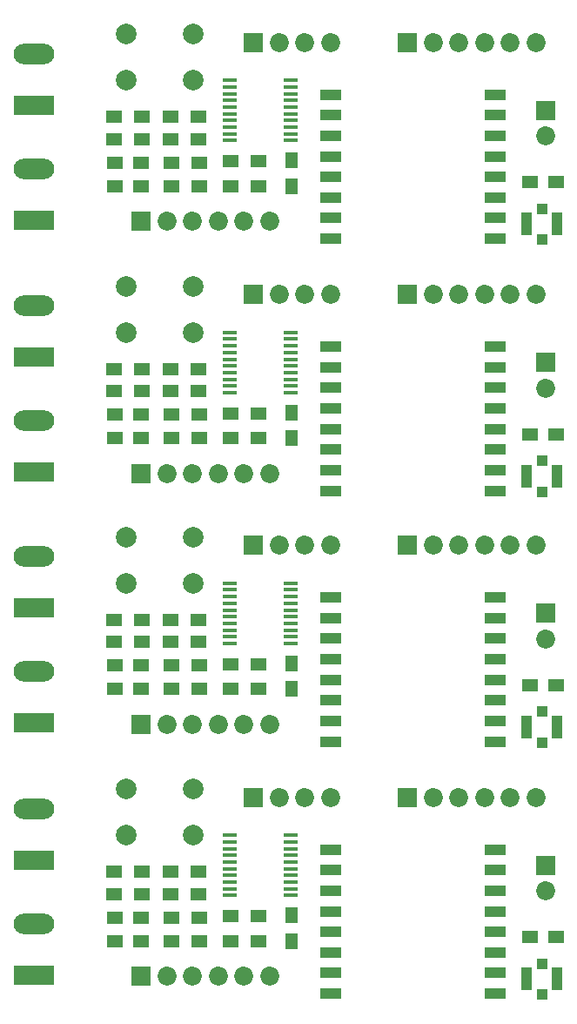
<source format=gts>
G04 #@! TF.GenerationSoftware,KiCad,Pcbnew,5.1.8-5.1.8*
G04 #@! TF.CreationDate,2021-02-22T03:00:03+01:00*
G04 #@! TF.ProjectId,STM32L0LoraTx_4,53544d33-324c-4304-9c6f-726154785f34,rev?*
G04 #@! TF.SameCoordinates,Original*
G04 #@! TF.FileFunction,Soldermask,Top*
G04 #@! TF.FilePolarity,Negative*
%FSLAX46Y46*%
G04 Gerber Fmt 4.6, Leading zero omitted, Abs format (unit mm)*
G04 Created by KiCad (PCBNEW 5.1.8-5.1.8) date 2021-02-22 03:00:03*
%MOMM*%
%LPD*%
G01*
G04 APERTURE LIST*
%ADD10O,3.960000X1.980000*%
%ADD11R,3.960000X1.980000*%
%ADD12R,1.850000X1.850000*%
%ADD13C,1.850000*%
%ADD14R,1.500000X1.300000*%
%ADD15R,1.500000X1.250000*%
%ADD16R,1.450000X0.450000*%
%ADD17C,2.000000*%
%ADD18R,2.000000X1.000000*%
%ADD19R,1.250000X1.500000*%
%ADD20R,1.050000X2.200000*%
%ADD21R,1.000000X1.000000*%
G04 APERTURE END LIST*
D10*
G04 #@! TO.C,J3*
X93345000Y-85551000D03*
D11*
X93345000Y-90551000D03*
G04 #@! TD*
D12*
G04 #@! TO.C,J4*
X129667000Y-48768000D03*
D13*
X132167000Y-48768000D03*
X134667000Y-48768000D03*
X137167000Y-48768000D03*
X139667000Y-48768000D03*
X142167000Y-48768000D03*
G04 #@! TD*
D14*
G04 #@! TO.C,R4*
X106727000Y-62738000D03*
X109427000Y-62738000D03*
G04 #@! TD*
G04 #@! TO.C,R1*
X106600000Y-56007000D03*
X109300000Y-56007000D03*
G04 #@! TD*
G04 #@! TO.C,R3*
X112442000Y-60325000D03*
X115142000Y-60325000D03*
G04 #@! TD*
G04 #@! TO.C,R2*
X109300000Y-82677000D03*
X106600000Y-82677000D03*
G04 #@! TD*
D13*
G04 #@! TO.C,J4*
X142167000Y-73279000D03*
X139667000Y-73279000D03*
X137167000Y-73279000D03*
X134667000Y-73279000D03*
X132167000Y-73279000D03*
D12*
X129667000Y-73279000D03*
G04 #@! TD*
G04 #@! TO.C,J2*
X103759000Y-90678000D03*
D13*
X106259000Y-90678000D03*
X108759000Y-90678000D03*
X111259000Y-90678000D03*
X113759000Y-90678000D03*
X116259000Y-90678000D03*
G04 #@! TD*
D14*
G04 #@! TO.C,R3*
X115142000Y-84836000D03*
X112442000Y-84836000D03*
G04 #@! TD*
G04 #@! TO.C,R1*
X109300000Y-80518000D03*
X106600000Y-80518000D03*
G04 #@! TD*
G04 #@! TO.C,R6*
X103839000Y-82677000D03*
X101139000Y-82677000D03*
G04 #@! TD*
D13*
G04 #@! TO.C,J6*
X143129000Y-57872000D03*
D12*
X143129000Y-55372000D03*
G04 #@! TD*
D11*
G04 #@! TO.C,J3*
X93345000Y-66040000D03*
D10*
X93345000Y-61040000D03*
G04 #@! TD*
D15*
G04 #@! TO.C,C3*
X144125000Y-86868000D03*
X141625000Y-86868000D03*
G04 #@! TD*
D12*
G04 #@! TO.C,J6*
X143129000Y-79883000D03*
D13*
X143129000Y-82383000D03*
G04 #@! TD*
D12*
G04 #@! TO.C,J1*
X114681000Y-73279000D03*
D13*
X117181000Y-73279000D03*
X119681000Y-73279000D03*
X122181000Y-73279000D03*
G04 #@! TD*
D16*
G04 #@! TO.C,U1*
X112366000Y-76958000D03*
X112366000Y-77608000D03*
X112366000Y-78258000D03*
X112366000Y-78908000D03*
X112366000Y-79558000D03*
X112366000Y-80208000D03*
X112366000Y-80858000D03*
X112366000Y-81508000D03*
X112366000Y-82158000D03*
X112366000Y-82808000D03*
X118266000Y-82808000D03*
X118266000Y-82158000D03*
X118266000Y-81508000D03*
X118266000Y-80858000D03*
X118266000Y-80208000D03*
X118266000Y-79558000D03*
X118266000Y-78908000D03*
X118266000Y-78258000D03*
X118266000Y-77608000D03*
X118266000Y-76958000D03*
G04 #@! TD*
D14*
G04 #@! TO.C,R7*
X101139000Y-80518000D03*
X103839000Y-80518000D03*
G04 #@! TD*
D15*
G04 #@! TO.C,C1*
X101239000Y-62738000D03*
X103739000Y-62738000D03*
G04 #@! TD*
D13*
G04 #@! TO.C,J1*
X122181000Y-48768000D03*
X119681000Y-48768000D03*
X117181000Y-48768000D03*
D12*
X114681000Y-48768000D03*
G04 #@! TD*
D14*
G04 #@! TO.C,R6*
X101139000Y-58166000D03*
X103839000Y-58166000D03*
G04 #@! TD*
G04 #@! TO.C,R2*
X106600000Y-58166000D03*
X109300000Y-58166000D03*
G04 #@! TD*
G04 #@! TO.C,R5*
X109427000Y-60452000D03*
X106727000Y-60452000D03*
G04 #@! TD*
D17*
G04 #@! TO.C,RESET*
X102339000Y-52451000D03*
X102339000Y-47951000D03*
X108839000Y-52451000D03*
X108839000Y-47951000D03*
G04 #@! TD*
D14*
G04 #@! TO.C,R4*
X109427000Y-87249000D03*
X106727000Y-87249000D03*
G04 #@! TD*
D17*
G04 #@! TO.C,RESET*
X108839000Y-72462000D03*
X108839000Y-76962000D03*
X102339000Y-72462000D03*
X102339000Y-76962000D03*
G04 #@! TD*
D14*
G04 #@! TO.C,D1*
X112442000Y-87249000D03*
X115142000Y-87249000D03*
G04 #@! TD*
D16*
G04 #@! TO.C,U1*
X118266000Y-52447000D03*
X118266000Y-53097000D03*
X118266000Y-53747000D03*
X118266000Y-54397000D03*
X118266000Y-55047000D03*
X118266000Y-55697000D03*
X118266000Y-56347000D03*
X118266000Y-56997000D03*
X118266000Y-57647000D03*
X118266000Y-58297000D03*
X112366000Y-58297000D03*
X112366000Y-57647000D03*
X112366000Y-56997000D03*
X112366000Y-56347000D03*
X112366000Y-55697000D03*
X112366000Y-55047000D03*
X112366000Y-54397000D03*
X112366000Y-53747000D03*
X112366000Y-53097000D03*
X112366000Y-52447000D03*
G04 #@! TD*
D18*
G04 #@! TO.C,U2*
X138175000Y-53833000D03*
X138175000Y-55833000D03*
X138175000Y-57833000D03*
X138175000Y-59833000D03*
X138175000Y-61833000D03*
X138175000Y-63833000D03*
X138175000Y-65833000D03*
X138175000Y-67833000D03*
X122175000Y-67833000D03*
X122175000Y-65833000D03*
X122175000Y-63833000D03*
X122175000Y-61833000D03*
X122175000Y-59833000D03*
X122175000Y-57833000D03*
X122175000Y-55833000D03*
X122175000Y-53833000D03*
G04 #@! TD*
D14*
G04 #@! TO.C,R5*
X106727000Y-84963000D03*
X109427000Y-84963000D03*
G04 #@! TD*
D18*
G04 #@! TO.C,U2*
X122175000Y-78344000D03*
X122175000Y-80344000D03*
X122175000Y-82344000D03*
X122175000Y-84344000D03*
X122175000Y-86344000D03*
X122175000Y-88344000D03*
X122175000Y-90344000D03*
X122175000Y-92344000D03*
X138175000Y-92344000D03*
X138175000Y-90344000D03*
X138175000Y-88344000D03*
X138175000Y-86344000D03*
X138175000Y-84344000D03*
X138175000Y-82344000D03*
X138175000Y-80344000D03*
X138175000Y-78344000D03*
G04 #@! TD*
D19*
G04 #@! TO.C,C4*
X118364000Y-87229000D03*
X118364000Y-84729000D03*
G04 #@! TD*
D15*
G04 #@! TO.C,C1*
X103739000Y-87249000D03*
X101239000Y-87249000D03*
G04 #@! TD*
G04 #@! TO.C,C3*
X141625000Y-62357000D03*
X144125000Y-62357000D03*
G04 #@! TD*
D20*
G04 #@! TO.C,AE1*
X141273000Y-90932000D03*
X144223000Y-90932000D03*
D21*
X142748000Y-89432000D03*
X142748000Y-92432000D03*
G04 #@! TD*
D15*
G04 #@! TO.C,C2*
X101239000Y-84963000D03*
X103739000Y-84963000D03*
G04 #@! TD*
D11*
G04 #@! TO.C,J5*
X93345000Y-79375000D03*
D10*
X93345000Y-74375000D03*
G04 #@! TD*
D15*
G04 #@! TO.C,C2*
X103739000Y-60452000D03*
X101239000Y-60452000D03*
G04 #@! TD*
D19*
G04 #@! TO.C,C4*
X118364000Y-60218000D03*
X118364000Y-62718000D03*
G04 #@! TD*
D10*
G04 #@! TO.C,J5*
X93345000Y-49864000D03*
D11*
X93345000Y-54864000D03*
G04 #@! TD*
D21*
G04 #@! TO.C,AE1*
X142748000Y-67921000D03*
X142748000Y-64921000D03*
D20*
X144223000Y-66421000D03*
X141273000Y-66421000D03*
G04 #@! TD*
D14*
G04 #@! TO.C,D1*
X115142000Y-62738000D03*
X112442000Y-62738000D03*
G04 #@! TD*
D13*
G04 #@! TO.C,J2*
X116259000Y-66167000D03*
X113759000Y-66167000D03*
X111259000Y-66167000D03*
X108759000Y-66167000D03*
X106259000Y-66167000D03*
D12*
X103759000Y-66167000D03*
G04 #@! TD*
D14*
G04 #@! TO.C,R7*
X103839000Y-56007000D03*
X101139000Y-56007000D03*
G04 #@! TD*
D10*
G04 #@! TO.C,J3*
X93345000Y-109935000D03*
D11*
X93345000Y-114935000D03*
G04 #@! TD*
D14*
G04 #@! TO.C,R5*
X106727000Y-109347000D03*
X109427000Y-109347000D03*
G04 #@! TD*
G04 #@! TO.C,D1*
X112442000Y-111633000D03*
X115142000Y-111633000D03*
G04 #@! TD*
D12*
G04 #@! TO.C,J2*
X103759000Y-115062000D03*
D13*
X106259000Y-115062000D03*
X108759000Y-115062000D03*
X111259000Y-115062000D03*
X113759000Y-115062000D03*
X116259000Y-115062000D03*
G04 #@! TD*
D12*
G04 #@! TO.C,J1*
X114681000Y-97663000D03*
D13*
X117181000Y-97663000D03*
X119681000Y-97663000D03*
X122181000Y-97663000D03*
G04 #@! TD*
D14*
G04 #@! TO.C,R6*
X103839000Y-107061000D03*
X101139000Y-107061000D03*
G04 #@! TD*
G04 #@! TO.C,R7*
X101139000Y-104902000D03*
X103839000Y-104902000D03*
G04 #@! TD*
G04 #@! TO.C,R4*
X109427000Y-111633000D03*
X106727000Y-111633000D03*
G04 #@! TD*
D18*
G04 #@! TO.C,U2*
X122175000Y-102728000D03*
X122175000Y-104728000D03*
X122175000Y-106728000D03*
X122175000Y-108728000D03*
X122175000Y-110728000D03*
X122175000Y-112728000D03*
X122175000Y-114728000D03*
X122175000Y-116728000D03*
X138175000Y-116728000D03*
X138175000Y-114728000D03*
X138175000Y-112728000D03*
X138175000Y-110728000D03*
X138175000Y-108728000D03*
X138175000Y-106728000D03*
X138175000Y-104728000D03*
X138175000Y-102728000D03*
G04 #@! TD*
D11*
G04 #@! TO.C,J5*
X93345000Y-103759000D03*
D10*
X93345000Y-98759000D03*
G04 #@! TD*
D16*
G04 #@! TO.C,U1*
X112366000Y-101342000D03*
X112366000Y-101992000D03*
X112366000Y-102642000D03*
X112366000Y-103292000D03*
X112366000Y-103942000D03*
X112366000Y-104592000D03*
X112366000Y-105242000D03*
X112366000Y-105892000D03*
X112366000Y-106542000D03*
X112366000Y-107192000D03*
X118266000Y-107192000D03*
X118266000Y-106542000D03*
X118266000Y-105892000D03*
X118266000Y-105242000D03*
X118266000Y-104592000D03*
X118266000Y-103942000D03*
X118266000Y-103292000D03*
X118266000Y-102642000D03*
X118266000Y-101992000D03*
X118266000Y-101342000D03*
G04 #@! TD*
D15*
G04 #@! TO.C,C3*
X144125000Y-111252000D03*
X141625000Y-111252000D03*
G04 #@! TD*
D14*
G04 #@! TO.C,R3*
X115142000Y-109220000D03*
X112442000Y-109220000D03*
G04 #@! TD*
D12*
G04 #@! TO.C,J6*
X143129000Y-104267000D03*
D13*
X143129000Y-106767000D03*
G04 #@! TD*
G04 #@! TO.C,J4*
X142167000Y-97663000D03*
X139667000Y-97663000D03*
X137167000Y-97663000D03*
X134667000Y-97663000D03*
X132167000Y-97663000D03*
D12*
X129667000Y-97663000D03*
G04 #@! TD*
D14*
G04 #@! TO.C,R2*
X109300000Y-107061000D03*
X106600000Y-107061000D03*
G04 #@! TD*
D17*
G04 #@! TO.C,RESET*
X108839000Y-96846000D03*
X108839000Y-101346000D03*
X102339000Y-96846000D03*
X102339000Y-101346000D03*
G04 #@! TD*
D20*
G04 #@! TO.C,AE1*
X141273000Y-115316000D03*
X144223000Y-115316000D03*
D21*
X142748000Y-113816000D03*
X142748000Y-116816000D03*
G04 #@! TD*
D15*
G04 #@! TO.C,C1*
X103739000Y-111633000D03*
X101239000Y-111633000D03*
G04 #@! TD*
G04 #@! TO.C,C2*
X101239000Y-109347000D03*
X103739000Y-109347000D03*
G04 #@! TD*
D14*
G04 #@! TO.C,R1*
X109300000Y-104902000D03*
X106600000Y-104902000D03*
G04 #@! TD*
D19*
G04 #@! TO.C,C4*
X118364000Y-111613000D03*
X118364000Y-109113000D03*
G04 #@! TD*
D10*
G04 #@! TO.C,J5*
X93345000Y-123270000D03*
D11*
X93345000Y-128270000D03*
G04 #@! TD*
D19*
G04 #@! TO.C,C4*
X118364000Y-133624000D03*
X118364000Y-136124000D03*
G04 #@! TD*
D18*
G04 #@! TO.C,U2*
X138175000Y-127239000D03*
X138175000Y-129239000D03*
X138175000Y-131239000D03*
X138175000Y-133239000D03*
X138175000Y-135239000D03*
X138175000Y-137239000D03*
X138175000Y-139239000D03*
X138175000Y-141239000D03*
X122175000Y-141239000D03*
X122175000Y-139239000D03*
X122175000Y-137239000D03*
X122175000Y-135239000D03*
X122175000Y-133239000D03*
X122175000Y-131239000D03*
X122175000Y-129239000D03*
X122175000Y-127239000D03*
G04 #@! TD*
D14*
G04 #@! TO.C,R4*
X106727000Y-136144000D03*
X109427000Y-136144000D03*
G04 #@! TD*
D21*
G04 #@! TO.C,AE1*
X142748000Y-141327000D03*
X142748000Y-138327000D03*
D20*
X144223000Y-139827000D03*
X141273000Y-139827000D03*
G04 #@! TD*
D15*
G04 #@! TO.C,C1*
X101239000Y-136144000D03*
X103739000Y-136144000D03*
G04 #@! TD*
G04 #@! TO.C,C2*
X103739000Y-133858000D03*
X101239000Y-133858000D03*
G04 #@! TD*
G04 #@! TO.C,C3*
X141625000Y-135763000D03*
X144125000Y-135763000D03*
G04 #@! TD*
D14*
G04 #@! TO.C,D1*
X115142000Y-136144000D03*
X112442000Y-136144000D03*
G04 #@! TD*
D13*
G04 #@! TO.C,J1*
X122181000Y-122174000D03*
X119681000Y-122174000D03*
X117181000Y-122174000D03*
D12*
X114681000Y-122174000D03*
G04 #@! TD*
D13*
G04 #@! TO.C,J2*
X116259000Y-139573000D03*
X113759000Y-139573000D03*
X111259000Y-139573000D03*
X108759000Y-139573000D03*
X106259000Y-139573000D03*
D12*
X103759000Y-139573000D03*
G04 #@! TD*
D11*
G04 #@! TO.C,J3*
X93345000Y-139446000D03*
D10*
X93345000Y-134446000D03*
G04 #@! TD*
D12*
G04 #@! TO.C,J4*
X129667000Y-122174000D03*
D13*
X132167000Y-122174000D03*
X134667000Y-122174000D03*
X137167000Y-122174000D03*
X139667000Y-122174000D03*
X142167000Y-122174000D03*
G04 #@! TD*
G04 #@! TO.C,J6*
X143129000Y-131278000D03*
D12*
X143129000Y-128778000D03*
G04 #@! TD*
D14*
G04 #@! TO.C,R1*
X106600000Y-129413000D03*
X109300000Y-129413000D03*
G04 #@! TD*
G04 #@! TO.C,R2*
X106600000Y-131572000D03*
X109300000Y-131572000D03*
G04 #@! TD*
G04 #@! TO.C,R3*
X112442000Y-133731000D03*
X115142000Y-133731000D03*
G04 #@! TD*
G04 #@! TO.C,R5*
X109427000Y-133858000D03*
X106727000Y-133858000D03*
G04 #@! TD*
G04 #@! TO.C,R6*
X101139000Y-131572000D03*
X103839000Y-131572000D03*
G04 #@! TD*
G04 #@! TO.C,R7*
X103839000Y-129413000D03*
X101139000Y-129413000D03*
G04 #@! TD*
D16*
G04 #@! TO.C,U1*
X118266000Y-125853000D03*
X118266000Y-126503000D03*
X118266000Y-127153000D03*
X118266000Y-127803000D03*
X118266000Y-128453000D03*
X118266000Y-129103000D03*
X118266000Y-129753000D03*
X118266000Y-130403000D03*
X118266000Y-131053000D03*
X118266000Y-131703000D03*
X112366000Y-131703000D03*
X112366000Y-131053000D03*
X112366000Y-130403000D03*
X112366000Y-129753000D03*
X112366000Y-129103000D03*
X112366000Y-128453000D03*
X112366000Y-127803000D03*
X112366000Y-127153000D03*
X112366000Y-126503000D03*
X112366000Y-125853000D03*
G04 #@! TD*
D17*
G04 #@! TO.C,RESET*
X102339000Y-125857000D03*
X102339000Y-121357000D03*
X108839000Y-125857000D03*
X108839000Y-121357000D03*
G04 #@! TD*
M02*

</source>
